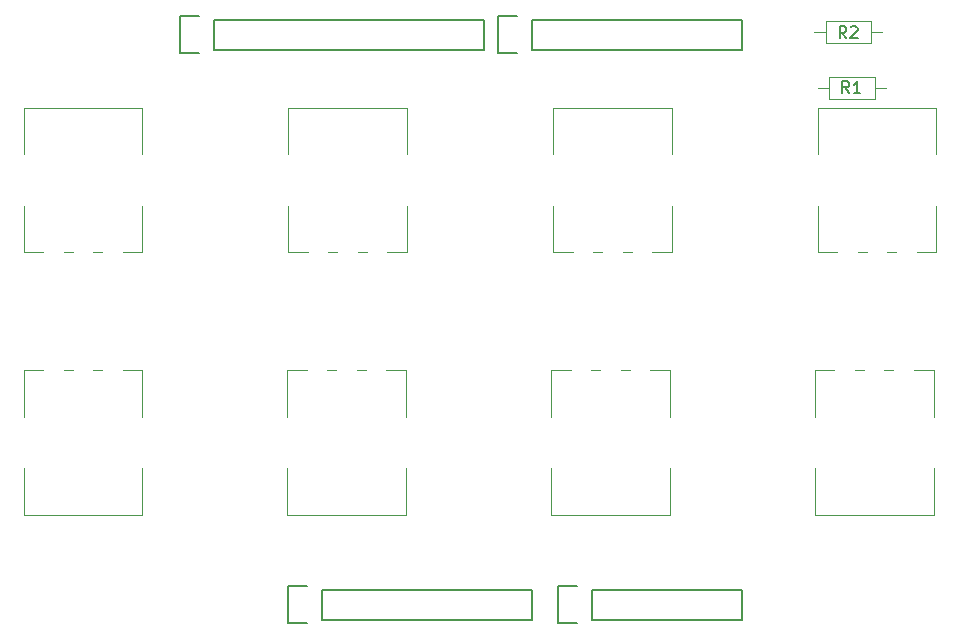
<source format=gbr>
G04 #@! TF.GenerationSoftware,KiCad,Pcbnew,(5.0.1-3-g963ef8bb5)*
G04 #@! TF.CreationDate,2019-07-05T13:12:53+05:30*
G04 #@! TF.ProjectId,8knobs-v2.1-orderworkshop,386B6E6F62732D76322E312D6F726465,rev?*
G04 #@! TF.SameCoordinates,Original*
G04 #@! TF.FileFunction,Legend,Top*
G04 #@! TF.FilePolarity,Positive*
%FSLAX46Y46*%
G04 Gerber Fmt 4.6, Leading zero omitted, Abs format (unit mm)*
G04 Created by KiCad (PCBNEW (5.0.1-3-g963ef8bb5)) date 2019 July 05, Friday 13:12:53*
%MOMM*%
%LPD*%
G01*
G04 APERTURE LIST*
%ADD10C,0.120000*%
%ADD11C,0.150000*%
G04 APERTURE END LIST*
D10*
G04 #@! TO.C,RV4*
X147352333Y-116235000D02*
X137311333Y-116235000D01*
X138961333Y-103995000D02*
X137311333Y-103995000D01*
X141460333Y-103995000D02*
X140701333Y-103995000D01*
X143960333Y-103995000D02*
X143201333Y-103995000D01*
X147352333Y-103995000D02*
X145702333Y-103995000D01*
X137311333Y-112299000D02*
X137311333Y-116235000D01*
X137311333Y-103995000D02*
X137311333Y-107932000D01*
X147352333Y-112299000D02*
X147352333Y-116235000D01*
X147352333Y-103995000D02*
X147352333Y-107932000D01*
G04 #@! TO.C,RV1*
X114977000Y-81745000D02*
X125018000Y-81745000D01*
X123368000Y-93985000D02*
X125018000Y-93985000D01*
X120869000Y-93985000D02*
X121628000Y-93985000D01*
X118369000Y-93985000D02*
X119128000Y-93985000D01*
X114977000Y-93985000D02*
X116627000Y-93985000D01*
X125018000Y-85681000D02*
X125018000Y-81745000D01*
X125018000Y-93985000D02*
X125018000Y-90048000D01*
X114977000Y-85681000D02*
X114977000Y-81745000D01*
X114977000Y-93985000D02*
X114977000Y-90048000D01*
G04 #@! TO.C,R2*
X187678000Y-75365000D02*
X186728000Y-75365000D01*
X181938000Y-75365000D02*
X182888000Y-75365000D01*
X186728000Y-74445000D02*
X182888000Y-74445000D01*
X186728000Y-76285000D02*
X186728000Y-74445000D01*
X182888000Y-76285000D02*
X186728000Y-76285000D01*
X182888000Y-74445000D02*
X182888000Y-76285000D01*
G04 #@! TO.C,R1*
X183188000Y-79145000D02*
X183188000Y-80985000D01*
X183188000Y-80985000D02*
X187028000Y-80985000D01*
X187028000Y-80985000D02*
X187028000Y-79145000D01*
X187028000Y-79145000D02*
X183188000Y-79145000D01*
X182238000Y-80065000D02*
X183188000Y-80065000D01*
X187978000Y-80065000D02*
X187028000Y-80065000D01*
D11*
G04 #@! TO.C,P1*
X140208000Y-125095000D02*
X157988000Y-125095000D01*
X157988000Y-125095000D02*
X157988000Y-122555000D01*
X157988000Y-122555000D02*
X140208000Y-122555000D01*
X137388000Y-125375000D02*
X138938000Y-125375000D01*
X140208000Y-125095000D02*
X140208000Y-122555000D01*
X138938000Y-122275000D02*
X137388000Y-122275000D01*
X137388000Y-122275000D02*
X137388000Y-125375000D01*
G04 #@! TO.C,P2*
X163068000Y-125095000D02*
X175768000Y-125095000D01*
X175768000Y-125095000D02*
X175768000Y-122555000D01*
X175768000Y-122555000D02*
X163068000Y-122555000D01*
X160248000Y-125375000D02*
X161798000Y-125375000D01*
X163068000Y-125095000D02*
X163068000Y-122555000D01*
X161798000Y-122275000D02*
X160248000Y-122275000D01*
X160248000Y-122275000D02*
X160248000Y-125375000D01*
G04 #@! TO.C,P3*
X131064000Y-76835000D02*
X153924000Y-76835000D01*
X153924000Y-76835000D02*
X153924000Y-74295000D01*
X153924000Y-74295000D02*
X131064000Y-74295000D01*
X128244000Y-77115000D02*
X129794000Y-77115000D01*
X131064000Y-76835000D02*
X131064000Y-74295000D01*
X129794000Y-74015000D02*
X128244000Y-74015000D01*
X128244000Y-74015000D02*
X128244000Y-77115000D01*
G04 #@! TO.C,P4*
X157988000Y-76835000D02*
X175768000Y-76835000D01*
X175768000Y-76835000D02*
X175768000Y-74295000D01*
X175768000Y-74295000D02*
X157988000Y-74295000D01*
X155168000Y-77115000D02*
X156718000Y-77115000D01*
X157988000Y-76835000D02*
X157988000Y-74295000D01*
X156718000Y-74015000D02*
X155168000Y-74015000D01*
X155168000Y-74015000D02*
X155168000Y-77115000D01*
D10*
G04 #@! TO.C,RV2*
X125019000Y-103995000D02*
X125019000Y-107932000D01*
X125019000Y-112299000D02*
X125019000Y-116235000D01*
X114978000Y-103995000D02*
X114978000Y-107932000D01*
X114978000Y-112299000D02*
X114978000Y-116235000D01*
X125019000Y-103995000D02*
X123369000Y-103995000D01*
X121627000Y-103995000D02*
X120868000Y-103995000D01*
X119127000Y-103995000D02*
X118368000Y-103995000D01*
X116628000Y-103995000D02*
X114978000Y-103995000D01*
X125019000Y-116235000D02*
X114978000Y-116235000D01*
G04 #@! TO.C,RV3*
X137393666Y-93985000D02*
X137393666Y-90048000D01*
X137393666Y-85681000D02*
X137393666Y-81745000D01*
X147434666Y-93985000D02*
X147434666Y-90048000D01*
X147434666Y-85681000D02*
X147434666Y-81745000D01*
X137393666Y-93985000D02*
X139043666Y-93985000D01*
X140785666Y-93985000D02*
X141544666Y-93985000D01*
X143285666Y-93985000D02*
X144044666Y-93985000D01*
X145784666Y-93985000D02*
X147434666Y-93985000D01*
X137393666Y-81745000D02*
X147434666Y-81745000D01*
G04 #@! TO.C,RV5*
X159810332Y-93985000D02*
X159810332Y-90048000D01*
X159810332Y-85681000D02*
X159810332Y-81745000D01*
X169851332Y-93985000D02*
X169851332Y-90048000D01*
X169851332Y-85681000D02*
X169851332Y-81745000D01*
X159810332Y-93985000D02*
X161460332Y-93985000D01*
X163202332Y-93985000D02*
X163961332Y-93985000D01*
X165702332Y-93985000D02*
X166461332Y-93985000D01*
X168201332Y-93985000D02*
X169851332Y-93985000D01*
X159810332Y-81745000D02*
X169851332Y-81745000D01*
G04 #@! TO.C,RV6*
X169685666Y-103995000D02*
X169685666Y-107932000D01*
X169685666Y-112299000D02*
X169685666Y-116235000D01*
X159644666Y-103995000D02*
X159644666Y-107932000D01*
X159644666Y-112299000D02*
X159644666Y-116235000D01*
X169685666Y-103995000D02*
X168035666Y-103995000D01*
X166293666Y-103995000D02*
X165534666Y-103995000D01*
X163793666Y-103995000D02*
X163034666Y-103995000D01*
X161294666Y-103995000D02*
X159644666Y-103995000D01*
X169685666Y-116235000D02*
X159644666Y-116235000D01*
G04 #@! TO.C,RV7*
X182227000Y-81745000D02*
X192268000Y-81745000D01*
X190618000Y-93985000D02*
X192268000Y-93985000D01*
X188119000Y-93985000D02*
X188878000Y-93985000D01*
X185619000Y-93985000D02*
X186378000Y-93985000D01*
X182227000Y-93985000D02*
X183877000Y-93985000D01*
X192268000Y-85681000D02*
X192268000Y-81745000D01*
X192268000Y-93985000D02*
X192268000Y-90048000D01*
X182227000Y-85681000D02*
X182227000Y-81745000D01*
X182227000Y-93985000D02*
X182227000Y-90048000D01*
G04 #@! TO.C,RV8*
X192019000Y-116235000D02*
X181978000Y-116235000D01*
X183628000Y-103995000D02*
X181978000Y-103995000D01*
X186127000Y-103995000D02*
X185368000Y-103995000D01*
X188627000Y-103995000D02*
X187868000Y-103995000D01*
X192019000Y-103995000D02*
X190369000Y-103995000D01*
X181978000Y-112299000D02*
X181978000Y-116235000D01*
X181978000Y-103995000D02*
X181978000Y-107932000D01*
X192019000Y-112299000D02*
X192019000Y-116235000D01*
X192019000Y-103995000D02*
X192019000Y-107932000D01*
G04 #@! TO.C,R2*
D11*
X184631333Y-75867380D02*
X184298000Y-75391190D01*
X184059904Y-75867380D02*
X184059904Y-74867380D01*
X184440857Y-74867380D01*
X184536095Y-74915000D01*
X184583714Y-74962619D01*
X184631333Y-75057857D01*
X184631333Y-75200714D01*
X184583714Y-75295952D01*
X184536095Y-75343571D01*
X184440857Y-75391190D01*
X184059904Y-75391190D01*
X185012285Y-74962619D02*
X185059904Y-74915000D01*
X185155142Y-74867380D01*
X185393238Y-74867380D01*
X185488476Y-74915000D01*
X185536095Y-74962619D01*
X185583714Y-75057857D01*
X185583714Y-75153095D01*
X185536095Y-75295952D01*
X184964666Y-75867380D01*
X185583714Y-75867380D01*
G04 #@! TO.C,R1*
X184881333Y-80517380D02*
X184548000Y-80041190D01*
X184309904Y-80517380D02*
X184309904Y-79517380D01*
X184690857Y-79517380D01*
X184786095Y-79565000D01*
X184833714Y-79612619D01*
X184881333Y-79707857D01*
X184881333Y-79850714D01*
X184833714Y-79945952D01*
X184786095Y-79993571D01*
X184690857Y-80041190D01*
X184309904Y-80041190D01*
X185833714Y-80517380D02*
X185262285Y-80517380D01*
X185548000Y-80517380D02*
X185548000Y-79517380D01*
X185452761Y-79660238D01*
X185357523Y-79755476D01*
X185262285Y-79803095D01*
G04 #@! TD*
M02*

</source>
